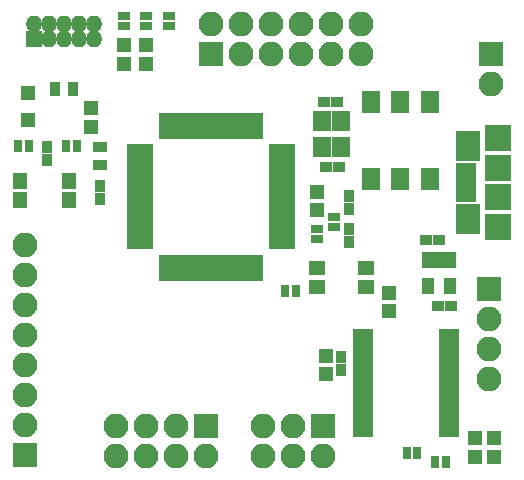
<source format=gbr>
G04 #@! TF.FileFunction,Soldermask,Top*
%FSLAX46Y46*%
G04 Gerber Fmt 4.6, Leading zero omitted, Abs format (unit mm)*
G04 Created by KiCad (PCBNEW 4.0.6) date 11/09/17 14:44:06*
%MOMM*%
%LPD*%
G01*
G04 APERTURE LIST*
%ADD10C,0.100000*%
%ADD11R,2.100000X2.100000*%
%ADD12O,2.100000X2.100000*%
%ADD13R,2.200000X0.900000*%
%ADD14R,0.900000X2.200000*%
%ADD15R,1.000000X0.900000*%
%ADD16R,0.900000X1.000000*%
%ADD17R,1.150000X1.200000*%
%ADD18R,1.200000X1.200000*%
%ADD19R,1.300000X0.900000*%
%ADD20R,1.000000X0.800000*%
%ADD21R,0.800000X1.000000*%
%ADD22R,1.400000X1.300000*%
%ADD23R,1.600000X1.900000*%
%ADD24R,1.550000X1.800000*%
%ADD25R,1.050000X1.460000*%
%ADD26R,1.797000X0.748000*%
%ADD27R,1.250000X1.250000*%
%ADD28R,0.900000X1.300000*%
%ADD29R,1.300000X1.400000*%
%ADD30R,2.300000X2.200000*%
%ADD31R,2.300000X2.300000*%
%ADD32R,1.750000X0.800000*%
%ADD33R,2.000000X2.500000*%
%ADD34R,1.400000X1.400000*%
%ADD35O,1.400000X1.400000*%
G04 APERTURE END LIST*
D10*
D11*
X145669000Y-98552000D03*
D12*
X145669000Y-101092000D03*
X143129000Y-98552000D03*
X143129000Y-101092000D03*
X140589000Y-98552000D03*
X140589000Y-101092000D03*
D13*
X142144000Y-83121000D03*
X142144000Y-82321000D03*
X142144000Y-81521000D03*
X142144000Y-80721000D03*
X142144000Y-79921000D03*
X142144000Y-79121000D03*
X142144000Y-78321000D03*
X142144000Y-77521000D03*
X142144000Y-76721000D03*
X142144000Y-75921000D03*
X142144000Y-75121000D03*
D14*
X140144000Y-73121000D03*
X139344000Y-73121000D03*
X138544000Y-73121000D03*
X137744000Y-73121000D03*
X136944000Y-73121000D03*
X136144000Y-73121000D03*
X135344000Y-73121000D03*
X134544000Y-73121000D03*
X133744000Y-73121000D03*
X132944000Y-73121000D03*
X132144000Y-73121000D03*
D13*
X130144000Y-75121000D03*
X130144000Y-75921000D03*
X130144000Y-76721000D03*
X130144000Y-77521000D03*
X130144000Y-78321000D03*
X130144000Y-79121000D03*
X130144000Y-79921000D03*
X130144000Y-80721000D03*
X130144000Y-81521000D03*
X130144000Y-82321000D03*
X130144000Y-83121000D03*
D14*
X132144000Y-85121000D03*
X132944000Y-85121000D03*
X133744000Y-85121000D03*
X134544000Y-85121000D03*
X135344000Y-85121000D03*
X136144000Y-85121000D03*
X136944000Y-85121000D03*
X137744000Y-85121000D03*
X138544000Y-85121000D03*
X139344000Y-85121000D03*
X140144000Y-85121000D03*
D15*
X146981000Y-76581000D03*
X145881000Y-76581000D03*
X146854000Y-71120000D03*
X145754000Y-71120000D03*
D16*
X147828000Y-81873000D03*
X147828000Y-82973000D03*
D15*
X154390000Y-82804000D03*
X155490000Y-82804000D03*
D16*
X147828000Y-80179000D03*
X147828000Y-79079000D03*
D17*
X145161000Y-78752000D03*
X145161000Y-80252000D03*
D16*
X126746000Y-78190000D03*
X126746000Y-79290000D03*
D18*
X158496000Y-101130000D03*
X158496000Y-99530000D03*
X160147000Y-101130000D03*
X160147000Y-99530000D03*
D11*
X159893000Y-67056000D03*
D12*
X159893000Y-69596000D03*
D11*
X120396000Y-100965000D03*
D12*
X120396000Y-98425000D03*
X120396000Y-95885000D03*
X120396000Y-93345000D03*
X120396000Y-90805000D03*
X120396000Y-88265000D03*
X120396000Y-85725000D03*
X120396000Y-83185000D03*
D19*
X126746000Y-76442000D03*
X126746000Y-74942000D03*
D20*
X146558000Y-80830000D03*
X146558000Y-81730000D03*
X145161000Y-81846000D03*
X145161000Y-82746000D03*
D21*
X153612000Y-100838000D03*
X152712000Y-100838000D03*
X156025000Y-101600000D03*
X155125000Y-101600000D03*
D20*
X132588000Y-63812000D03*
X132588000Y-64712000D03*
D21*
X143325000Y-87122000D03*
X142425000Y-87122000D03*
D22*
X145143000Y-85179000D03*
X145143000Y-86779000D03*
X149243000Y-85179000D03*
X149243000Y-86779000D03*
D23*
X154686000Y-77620000D03*
X152186000Y-77620000D03*
X149686000Y-77620000D03*
X149686000Y-71120000D03*
X152186000Y-71120000D03*
X154686000Y-71120000D03*
D24*
X147193000Y-72730000D03*
X145593000Y-72730000D03*
X145593000Y-74930000D03*
X147193000Y-74930000D03*
D15*
X156506000Y-88392000D03*
X155406000Y-88392000D03*
D25*
X156398000Y-84498000D03*
X155448000Y-84498000D03*
X154498000Y-84498000D03*
X154498000Y-86698000D03*
X156398000Y-86698000D03*
D11*
X136144000Y-67056000D03*
D12*
X136144000Y-64516000D03*
X138684000Y-67056000D03*
X138684000Y-64516000D03*
X141224000Y-67056000D03*
X141224000Y-64516000D03*
X143764000Y-67056000D03*
X143764000Y-64516000D03*
X146304000Y-67056000D03*
X146304000Y-64516000D03*
X148844000Y-67056000D03*
X148844000Y-64516000D03*
D11*
X159715200Y-86908640D03*
D12*
X159715200Y-89448640D03*
X159715200Y-91988640D03*
X159715200Y-94528640D03*
D11*
X135763000Y-98552000D03*
D12*
X135763000Y-101092000D03*
X133223000Y-98552000D03*
X133223000Y-101092000D03*
X130683000Y-98552000D03*
X130683000Y-101092000D03*
X128143000Y-98552000D03*
X128143000Y-101092000D03*
D17*
X145923000Y-94095000D03*
X145923000Y-92595000D03*
D16*
X147193000Y-92668000D03*
X147193000Y-93768000D03*
D17*
X151257000Y-88761000D03*
X151257000Y-87261000D03*
D26*
X156310000Y-90644000D03*
X156310000Y-91294000D03*
X156310000Y-91944000D03*
X156310000Y-92594000D03*
X156310000Y-93244000D03*
X156310000Y-93894000D03*
X156310000Y-94544000D03*
X156310000Y-95844000D03*
X156310000Y-95194000D03*
X156310000Y-96494000D03*
X156310000Y-97144000D03*
X156310000Y-97794000D03*
X156310000Y-98444000D03*
X156310000Y-99094000D03*
X148998000Y-90644000D03*
X148998000Y-91294000D03*
X148998000Y-91944000D03*
X148998000Y-92594000D03*
X148998000Y-93244000D03*
X148998000Y-93894000D03*
X148998000Y-94544000D03*
X148998000Y-95194000D03*
X148998000Y-95844000D03*
X148998000Y-96494000D03*
X148998000Y-97144000D03*
X148998000Y-97794000D03*
X148998000Y-98444000D03*
X148998000Y-99094000D03*
D18*
X125984000Y-71590000D03*
X125984000Y-73190000D03*
D27*
X120650000Y-72644000D03*
D28*
X122948000Y-69977000D03*
X124448000Y-69977000D03*
D16*
X122301000Y-74888000D03*
X122301000Y-75988000D03*
D21*
X124783000Y-74803000D03*
X123883000Y-74803000D03*
X120719000Y-74803000D03*
X119819000Y-74803000D03*
D29*
X124097000Y-79413000D03*
X124097000Y-77813000D03*
X119997000Y-79413000D03*
X119997000Y-77813000D03*
D27*
X120650000Y-70358000D03*
D30*
X160444000Y-74126000D03*
D31*
X160444000Y-76726000D03*
X160444000Y-79126000D03*
D30*
X160444000Y-81726000D03*
D32*
X157767020Y-76626000D03*
X157767020Y-77926000D03*
X157767020Y-77276000D03*
X157767020Y-78576000D03*
X157767020Y-79226000D03*
D33*
X157894000Y-74826000D03*
X157894000Y-81026000D03*
D34*
X121158000Y-65786000D03*
D35*
X121158000Y-64516000D03*
X122428000Y-65786000D03*
X122428000Y-64516000D03*
X123698000Y-65786000D03*
X123698000Y-64516000D03*
X124968000Y-65786000D03*
X124968000Y-64516000D03*
X126238000Y-65786000D03*
X126238000Y-64516000D03*
D18*
X130683000Y-66256000D03*
X130683000Y-67856000D03*
D20*
X128778000Y-63812000D03*
X128778000Y-64712000D03*
X130683000Y-63812000D03*
X130683000Y-64712000D03*
D18*
X128778000Y-66256000D03*
X128778000Y-67856000D03*
M02*

</source>
